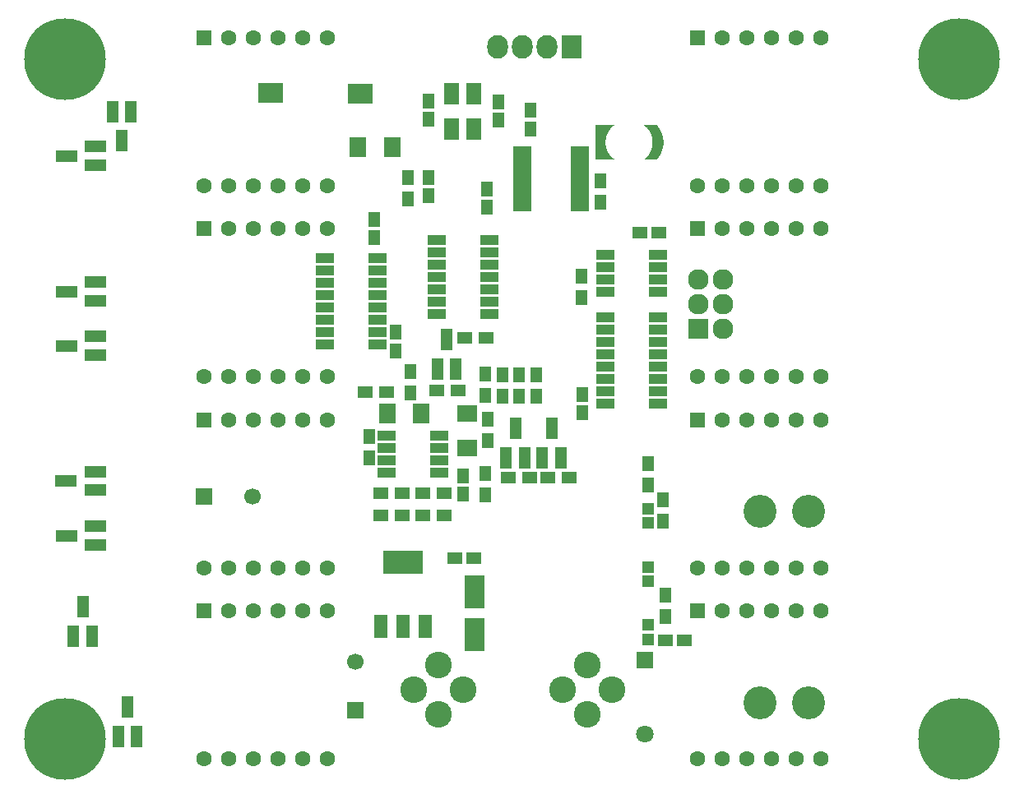
<source format=gbr>
G04 #@! TF.FileFunction,Soldermask,Top*
%FSLAX46Y46*%
G04 Gerber Fmt 4.6, Leading zero omitted, Abs format (unit mm)*
G04 Created by KiCad (PCBNEW 4.0.4-1.fc24-product) date Thu Jul 20 15:57:28 2017*
%MOMM*%
%LPD*%
G01*
G04 APERTURE LIST*
%ADD10C,0.100000*%
%ADD11R,1.600000X1.600000*%
%ADD12C,1.600000*%
%ADD13C,8.400000*%
%ADD14R,1.300000X1.600000*%
%ADD15R,4.057600X2.432000*%
%ADD16R,1.416000X2.432000*%
%ADD17R,1.850000X0.850000*%
%ADD18R,1.950000X1.000000*%
%ADD19R,1.150000X1.600000*%
%ADD20R,2.000200X3.399740*%
%ADD21R,1.700480X2.099260*%
%ADD22R,2.099260X1.700480*%
%ADD23R,1.600000X1.150000*%
%ADD24R,1.197560X1.197560*%
%ADD25C,2.749500*%
%ADD26R,2.127200X2.432000*%
%ADD27O,2.127200X2.432000*%
%ADD28R,2.200860X1.200100*%
%ADD29R,1.200100X2.200860*%
%ADD30R,1.600000X1.300000*%
%ADD31R,1.900000X1.000000*%
%ADD32R,1.700000X1.700000*%
%ADD33C,1.700000*%
%ADD34R,1.797000X1.797000*%
%ADD35C,1.797000*%
%ADD36R,2.580000X2.000000*%
%ADD37C,3.400000*%
%ADD38R,2.127200X2.127200*%
%ADD39O,2.127200X2.127200*%
%ADD40R,1.499820X2.299920*%
G04 APERTURE END LIST*
D10*
G36*
X107575408Y-54768160D02*
X107575408Y-58299796D01*
X109523403Y-58299796D01*
X112599184Y-54768160D01*
X112609418Y-54776380D01*
X112619629Y-54784643D01*
X112629817Y-54792951D01*
X112639980Y-54801309D01*
X112650117Y-54809718D01*
X112660227Y-54818182D01*
X112670309Y-54826704D01*
X112680362Y-54835287D01*
X112690384Y-54843935D01*
X112700374Y-54852649D01*
X112710332Y-54861433D01*
X112720255Y-54870291D01*
X112730144Y-54879225D01*
X112739996Y-54888238D01*
X112749811Y-54897334D01*
X112759588Y-54906515D01*
X112770099Y-54916504D01*
X112780531Y-54926527D01*
X112790884Y-54936583D01*
X112801157Y-54946674D01*
X112811351Y-54956797D01*
X112821466Y-54966955D01*
X112831501Y-54977146D01*
X112841457Y-54987371D01*
X112851334Y-54997630D01*
X112861131Y-55007922D01*
X112870850Y-55018248D01*
X112880488Y-55028608D01*
X112890048Y-55039001D01*
X112899528Y-55049428D01*
X112908929Y-55059889D01*
X112918251Y-55070383D01*
X112927493Y-55080911D01*
X112936656Y-55091473D01*
X112945739Y-55102068D01*
X112954744Y-55112697D01*
X112963669Y-55123360D01*
X112972514Y-55134056D01*
X112981281Y-55144786D01*
X112989968Y-55155550D01*
X112998576Y-55166347D01*
X113007104Y-55177178D01*
X113015553Y-55188043D01*
X113023923Y-55198942D01*
X113032213Y-55209874D01*
X113040425Y-55220839D01*
X113048556Y-55231839D01*
X113056609Y-55242872D01*
X113064582Y-55253938D01*
X113072476Y-55265039D01*
X113080291Y-55276172D01*
X113088026Y-55287340D01*
X113095682Y-55298541D01*
X113103258Y-55309776D01*
X113110756Y-55321045D01*
X113118173Y-55332347D01*
X113125512Y-55343683D01*
X113132771Y-55355052D01*
X113139951Y-55366456D01*
X113147052Y-55377892D01*
X113154073Y-55389363D01*
X113161015Y-55400867D01*
X113167878Y-55412405D01*
X113174661Y-55423976D01*
X113181366Y-55435581D01*
X113187990Y-55447220D01*
X113194536Y-55458892D01*
X113201002Y-55470598D01*
X113207388Y-55482338D01*
X113213696Y-55494111D01*
X113219924Y-55505918D01*
X113226073Y-55517758D01*
X113232142Y-55529632D01*
X113238132Y-55541540D01*
X113244043Y-55553481D01*
X113249874Y-55565456D01*
X113255627Y-55577465D01*
X113261299Y-55589507D01*
X113266893Y-55601583D01*
X113272407Y-55613693D01*
X113277842Y-55625836D01*
X113283197Y-55638013D01*
X113288473Y-55650223D01*
X113293670Y-55662467D01*
X113298788Y-55674745D01*
X113303826Y-55687056D01*
X113308785Y-55699401D01*
X113313664Y-55711779D01*
X113318464Y-55724191D01*
X113323185Y-55736637D01*
X113327827Y-55749116D01*
X113332389Y-55761629D01*
X113336872Y-55774176D01*
X113341275Y-55786756D01*
X113345599Y-55799370D01*
X113349844Y-55812017D01*
X113354010Y-55824698D01*
X113358096Y-55837413D01*
X113362103Y-55850161D01*
X113366030Y-55862943D01*
X113369878Y-55875758D01*
X113373647Y-55888607D01*
X113377337Y-55901490D01*
X113380947Y-55914406D01*
X113384477Y-55927356D01*
X113387929Y-55940339D01*
X113391301Y-55953356D01*
X113394594Y-55966407D01*
X113397807Y-55979491D01*
X113400941Y-55992609D01*
X113403996Y-56005760D01*
X113406972Y-56018945D01*
X113409868Y-56032163D01*
X113412685Y-56045416D01*
X113415422Y-56058701D01*
X113418080Y-56072021D01*
X113420659Y-56085374D01*
X113423158Y-56098760D01*
X113425578Y-56112180D01*
X113427919Y-56125634D01*
X113430180Y-56139121D01*
X113432362Y-56152642D01*
X113434465Y-56166196D01*
X113436488Y-56179784D01*
X113438432Y-56193406D01*
X113440297Y-56207061D01*
X113442082Y-56220750D01*
X113443788Y-56234472D01*
X113445415Y-56248228D01*
X113446962Y-56262018D01*
X113448430Y-56275841D01*
X113449819Y-56289697D01*
X113451128Y-56303587D01*
X113452358Y-56317511D01*
X113453508Y-56331468D01*
X113454580Y-56345459D01*
X113455572Y-56359484D01*
X113456484Y-56373542D01*
X113457317Y-56387633D01*
X113458071Y-56401759D01*
X113458746Y-56415917D01*
X113459341Y-56430110D01*
X113459856Y-56444335D01*
X113460293Y-56458595D01*
X113460650Y-56472888D01*
X113460928Y-56487214D01*
X113461126Y-56501574D01*
X113461245Y-56515968D01*
X113461285Y-56530395D01*
X113461245Y-56544934D01*
X113461126Y-56559436D01*
X113460929Y-56573902D01*
X113460652Y-56588332D01*
X113460295Y-56602726D01*
X113459860Y-56617084D01*
X113459346Y-56631406D01*
X113458752Y-56645691D01*
X113458079Y-56659940D01*
X113457327Y-56674154D01*
X113456496Y-56688331D01*
X113455586Y-56702472D01*
X113454597Y-56716577D01*
X113453528Y-56730646D01*
X113452380Y-56744678D01*
X113451154Y-56758675D01*
X113449848Y-56772635D01*
X113448462Y-56786559D01*
X113446998Y-56800447D01*
X113445455Y-56814299D01*
X113443832Y-56828115D01*
X113442130Y-56841895D01*
X113440350Y-56855639D01*
X113438490Y-56869346D01*
X113436550Y-56883017D01*
X113434532Y-56896653D01*
X113432435Y-56910252D01*
X113430258Y-56923815D01*
X113428002Y-56937342D01*
X113425667Y-56950832D01*
X113423253Y-56964287D01*
X113420760Y-56977706D01*
X113418188Y-56991088D01*
X113415536Y-57004434D01*
X113412805Y-57017744D01*
X113409996Y-57031018D01*
X113407107Y-57044256D01*
X113404138Y-57057458D01*
X113401091Y-57070624D01*
X113397965Y-57083753D01*
X113394759Y-57096846D01*
X113391474Y-57109904D01*
X113388110Y-57122925D01*
X113384667Y-57135910D01*
X113381145Y-57148859D01*
X113377544Y-57161772D01*
X113373863Y-57174648D01*
X113370104Y-57187489D01*
X113366265Y-57200293D01*
X113362347Y-57213062D01*
X113358350Y-57225794D01*
X113354274Y-57238490D01*
X113350118Y-57251150D01*
X113345884Y-57263774D01*
X113341570Y-57276362D01*
X113337177Y-57288913D01*
X113332705Y-57301429D01*
X113328154Y-57313908D01*
X113323523Y-57326351D01*
X113318814Y-57338759D01*
X113314025Y-57351130D01*
X113309157Y-57363465D01*
X113304211Y-57375763D01*
X113299184Y-57388026D01*
X113294079Y-57400253D01*
X113288895Y-57412443D01*
X113283631Y-57424598D01*
X113278289Y-57436716D01*
X113272867Y-57448798D01*
X113267366Y-57460844D01*
X113261786Y-57472854D01*
X113256126Y-57484828D01*
X113250388Y-57496766D01*
X113244570Y-57508667D01*
X113238673Y-57520533D01*
X113232697Y-57532362D01*
X113226642Y-57544155D01*
X113220508Y-57555913D01*
X113214295Y-57567634D01*
X113208002Y-57579319D01*
X113201630Y-57590967D01*
X113195180Y-57602580D01*
X113188650Y-57614157D01*
X113182040Y-57625697D01*
X113175352Y-57637202D01*
X113168585Y-57648670D01*
X113161738Y-57660102D01*
X113154812Y-57671498D01*
X113147807Y-57682858D01*
X113140723Y-57694182D01*
X113133560Y-57705470D01*
X113126318Y-57716722D01*
X113118996Y-57727937D01*
X113111595Y-57739117D01*
X113104115Y-57750260D01*
X113096556Y-57761367D01*
X113088918Y-57772439D01*
X113081201Y-57783474D01*
X113073404Y-57794473D01*
X113065529Y-57805435D01*
X113057574Y-57816362D01*
X113049540Y-57827253D01*
X113041427Y-57838107D01*
X113033235Y-57848926D01*
X113024963Y-57859708D01*
X113016613Y-57870455D01*
X113008183Y-57881165D01*
X112999674Y-57891839D01*
X112991086Y-57902477D01*
X112982419Y-57913079D01*
X112973673Y-57923644D01*
X112964847Y-57934174D01*
X112955942Y-57944668D01*
X112946959Y-57955125D01*
X112937896Y-57965546D01*
X112928754Y-57975932D01*
X112919532Y-57986281D01*
X112910232Y-57996594D01*
X112900852Y-58006871D01*
X112891394Y-58017112D01*
X112881856Y-58027317D01*
X112872239Y-58037485D01*
X112862542Y-58047618D01*
X112852767Y-58057715D01*
X112842913Y-58067775D01*
X112832979Y-58077799D01*
X112822966Y-58087788D01*
X112812874Y-58097740D01*
X112802703Y-58107656D01*
X112792453Y-58117536D01*
X112782123Y-58127380D01*
X112771715Y-58137188D01*
X112761306Y-58146819D01*
X112750874Y-58156378D01*
X112740419Y-58165863D01*
X112729940Y-58175276D01*
X112719437Y-58184617D01*
X112708909Y-58193888D01*
X112698356Y-58203087D01*
X112687777Y-58212217D01*
X112677172Y-58221277D01*
X112666539Y-58230268D01*
X112655879Y-58239192D01*
X112645191Y-58248047D01*
X112634474Y-58256836D01*
X112623728Y-58265558D01*
X112612953Y-58274215D01*
X112602147Y-58282806D01*
X112591310Y-58291333D01*
X112580443Y-58299796D01*
X113907769Y-58299796D01*
X113916481Y-58288744D01*
X113925152Y-58277667D01*
X113933782Y-58266564D01*
X113942370Y-58255436D01*
X113950917Y-58244282D01*
X113959421Y-58233103D01*
X113967883Y-58221899D01*
X113976302Y-58210669D01*
X113984678Y-58199415D01*
X113993011Y-58188136D01*
X114001300Y-58176831D01*
X114009545Y-58165502D01*
X114017745Y-58154148D01*
X114025901Y-58142769D01*
X114034012Y-58131365D01*
X114042078Y-58119937D01*
X114050098Y-58108484D01*
X114058073Y-58097007D01*
X114066001Y-58085505D01*
X114073882Y-58073979D01*
X114081717Y-58062429D01*
X114089505Y-58050854D01*
X114097245Y-58039256D01*
X114104937Y-58027633D01*
X114112582Y-58015986D01*
X114120178Y-58004315D01*
X114127725Y-57992621D01*
X114135223Y-57980902D01*
X114142672Y-57969160D01*
X114150072Y-57957394D01*
X114157421Y-57945604D01*
X114164720Y-57933791D01*
X114171969Y-57921955D01*
X114179167Y-57910095D01*
X114186313Y-57898211D01*
X114193408Y-57886304D01*
X114200452Y-57874375D01*
X114207443Y-57862421D01*
X114214382Y-57850445D01*
X114221268Y-57838446D01*
X114228101Y-57826424D01*
X114234881Y-57814379D01*
X114241607Y-57802311D01*
X114248279Y-57790220D01*
X114254896Y-57778107D01*
X114261460Y-57765971D01*
X114267968Y-57753813D01*
X114274421Y-57741632D01*
X114280818Y-57729428D01*
X114287160Y-57717203D01*
X114293446Y-57704954D01*
X114299675Y-57692684D01*
X114305847Y-57680392D01*
X114311962Y-57668077D01*
X114318020Y-57655741D01*
X114324020Y-57643382D01*
X114329962Y-57631002D01*
X114335846Y-57618600D01*
X114341671Y-57606176D01*
X114347437Y-57593730D01*
X114353144Y-57581263D01*
X114358791Y-57568774D01*
X114364379Y-57556263D01*
X114369906Y-57543732D01*
X114375373Y-57531178D01*
X114380779Y-57518604D01*
X114386123Y-57506008D01*
X114391407Y-57493392D01*
X114396628Y-57480754D01*
X114401788Y-57468095D01*
X114406885Y-57455415D01*
X114411919Y-57442714D01*
X114416891Y-57429993D01*
X114421799Y-57417250D01*
X114426644Y-57404487D01*
X114431424Y-57391704D01*
X114436141Y-57378899D01*
X114440792Y-57366075D01*
X114445379Y-57353230D01*
X114449901Y-57340364D01*
X114454357Y-57327478D01*
X114458748Y-57314572D01*
X114463072Y-57301646D01*
X114467330Y-57288700D01*
X114471521Y-57275734D01*
X114475646Y-57262747D01*
X114479703Y-57249741D01*
X114483692Y-57236715D01*
X114487613Y-57223670D01*
X114491466Y-57210604D01*
X114495250Y-57197519D01*
X114498966Y-57184415D01*
X114502612Y-57171291D01*
X114506189Y-57158147D01*
X114509695Y-57144984D01*
X114513132Y-57131802D01*
X114516498Y-57118601D01*
X114519794Y-57105380D01*
X114523018Y-57092141D01*
X114526171Y-57078882D01*
X114529252Y-57065604D01*
X114532262Y-57052308D01*
X114535198Y-57038993D01*
X114538063Y-57025658D01*
X114540854Y-57012306D01*
X114543572Y-56998934D01*
X114546217Y-56985544D01*
X114548787Y-56972136D01*
X114551284Y-56958709D01*
X114553706Y-56945264D01*
X114556053Y-56931800D01*
X114558325Y-56918319D01*
X114560521Y-56904819D01*
X114562642Y-56891301D01*
X114564687Y-56877765D01*
X114566655Y-56864211D01*
X114568546Y-56850639D01*
X114570361Y-56837049D01*
X114572098Y-56823442D01*
X114573758Y-56809817D01*
X114575340Y-56796174D01*
X114576844Y-56782514D01*
X114578268Y-56768836D01*
X114579615Y-56755141D01*
X114580882Y-56741428D01*
X114582069Y-56727699D01*
X114583177Y-56713951D01*
X114584204Y-56700187D01*
X114585151Y-56686406D01*
X114586018Y-56672608D01*
X114586803Y-56658792D01*
X114587507Y-56644960D01*
X114588130Y-56631111D01*
X114588670Y-56617245D01*
X114589128Y-56603363D01*
X114589504Y-56589464D01*
X114589796Y-56575548D01*
X114590006Y-56561616D01*
X114590132Y-56547667D01*
X114590174Y-56533702D01*
X114590132Y-56519829D01*
X114590009Y-56505969D01*
X114589803Y-56492122D01*
X114589516Y-56478289D01*
X114589147Y-56464469D01*
X114588697Y-56450663D01*
X114588166Y-56436871D01*
X114587555Y-56423093D01*
X114586863Y-56409328D01*
X114586092Y-56395578D01*
X114585240Y-56381842D01*
X114584310Y-56368120D01*
X114583300Y-56354412D01*
X114582212Y-56340720D01*
X114581045Y-56327041D01*
X114579800Y-56313378D01*
X114578478Y-56299729D01*
X114577077Y-56286095D01*
X114575600Y-56272476D01*
X114574046Y-56258873D01*
X114572414Y-56245285D01*
X114570707Y-56231712D01*
X114568924Y-56218154D01*
X114567065Y-56204612D01*
X114565130Y-56191086D01*
X114563120Y-56177576D01*
X114561036Y-56164081D01*
X114558877Y-56150603D01*
X114556643Y-56137141D01*
X114554336Y-56123695D01*
X114551955Y-56110265D01*
X114549501Y-56096852D01*
X114546974Y-56083455D01*
X114544374Y-56070075D01*
X114541702Y-56056712D01*
X114538957Y-56043365D01*
X114536141Y-56030036D01*
X114533253Y-56016723D01*
X114530294Y-56003428D01*
X114527264Y-55990150D01*
X114524163Y-55976890D01*
X114520992Y-55963647D01*
X114517751Y-55950422D01*
X114514441Y-55937214D01*
X114511061Y-55924024D01*
X114507611Y-55910853D01*
X114504093Y-55897699D01*
X114500507Y-55884563D01*
X114496852Y-55871446D01*
X114493129Y-55858347D01*
X114489339Y-55845267D01*
X114485481Y-55832205D01*
X114481557Y-55819162D01*
X114477565Y-55806138D01*
X114473507Y-55793132D01*
X114469384Y-55780146D01*
X114465194Y-55767178D01*
X114460939Y-55754230D01*
X114456618Y-55741302D01*
X114452233Y-55728393D01*
X114447783Y-55715503D01*
X114443268Y-55702633D01*
X114438690Y-55689783D01*
X114434048Y-55676952D01*
X114429343Y-55664142D01*
X114424574Y-55651351D01*
X114419743Y-55638581D01*
X114414849Y-55625832D01*
X114409893Y-55613102D01*
X114404875Y-55600393D01*
X114399795Y-55587705D01*
X114394654Y-55575038D01*
X114389452Y-55562391D01*
X114384190Y-55549765D01*
X114378867Y-55537161D01*
X114373483Y-55524577D01*
X114368041Y-55512015D01*
X114362538Y-55499474D01*
X114356976Y-55486955D01*
X114351356Y-55474457D01*
X114345677Y-55461981D01*
X114339939Y-55449527D01*
X114334144Y-55437094D01*
X114328291Y-55424684D01*
X114322380Y-55412296D01*
X114316412Y-55399930D01*
X114310388Y-55387586D01*
X114304307Y-55375265D01*
X114298170Y-55362966D01*
X114291977Y-55350690D01*
X114285728Y-55338437D01*
X114279424Y-55326207D01*
X114273065Y-55314000D01*
X114266651Y-55301815D01*
X114260183Y-55289654D01*
X114253661Y-55277517D01*
X114247085Y-55265402D01*
X114240456Y-55253312D01*
X114233773Y-55241245D01*
X114227037Y-55229201D01*
X114220249Y-55217182D01*
X114213409Y-55205186D01*
X114206516Y-55193214D01*
X114199572Y-55181267D01*
X114192577Y-55169344D01*
X114185530Y-55157445D01*
X114178433Y-55145571D01*
X114171285Y-55133721D01*
X114164087Y-55121896D01*
X114156839Y-55110096D01*
X114149541Y-55098321D01*
X114142194Y-55086571D01*
X114134798Y-55074846D01*
X114127354Y-55063146D01*
X114119861Y-55051471D01*
X114112320Y-55039822D01*
X114104731Y-55028199D01*
X114097095Y-55016601D01*
X114089411Y-55005029D01*
X114081681Y-54993483D01*
X114073904Y-54981963D01*
X114066081Y-54970469D01*
X114058212Y-54959001D01*
X114050297Y-54947559D01*
X114042337Y-54936144D01*
X114034331Y-54924755D01*
X114026281Y-54913393D01*
X114018187Y-54902058D01*
X114010048Y-54890750D01*
X114001865Y-54879468D01*
X113993639Y-54868214D01*
X113985369Y-54856987D01*
X113977057Y-54845787D01*
X113968702Y-54834614D01*
X113960304Y-54823469D01*
X113951864Y-54812352D01*
X113943383Y-54801262D01*
X113934860Y-54790200D01*
X113926296Y-54779166D01*
X113917691Y-54768160D01*
X112599184Y-54768160D01*
X109523403Y-58299796D01*
X109513103Y-58291610D01*
X109502830Y-58283362D01*
X109492586Y-58275050D01*
X109482368Y-58266676D01*
X109472177Y-58258238D01*
X109462014Y-58249737D01*
X109451876Y-58241172D01*
X109441765Y-58232543D01*
X109431680Y-58223851D01*
X109421621Y-58215093D01*
X109411588Y-58206272D01*
X109401580Y-58197386D01*
X109391597Y-58188435D01*
X109381640Y-58179419D01*
X109371706Y-58170337D01*
X109361798Y-58161190D01*
X109351913Y-58151978D01*
X109342053Y-58142700D01*
X109331360Y-58132540D01*
X109320747Y-58122350D01*
X109310215Y-58112131D01*
X109299763Y-58101882D01*
X109289393Y-58091603D01*
X109279103Y-58081294D01*
X109268894Y-58070956D01*
X109258765Y-58060589D01*
X109248717Y-58050191D01*
X109238750Y-58039764D01*
X109228864Y-58029307D01*
X109219058Y-58018821D01*
X109209333Y-58008305D01*
X109199688Y-57997759D01*
X109190125Y-57987183D01*
X109180642Y-57976578D01*
X109171240Y-57965943D01*
X109161918Y-57955278D01*
X109152677Y-57944584D01*
X109143517Y-57933860D01*
X109134437Y-57923106D01*
X109125439Y-57912323D01*
X109116521Y-57901510D01*
X109107683Y-57890667D01*
X109098927Y-57879795D01*
X109090251Y-57868892D01*
X109081655Y-57857961D01*
X109073141Y-57846999D01*
X109064707Y-57836008D01*
X109056354Y-57824987D01*
X109048081Y-57813936D01*
X109039889Y-57802855D01*
X109031778Y-57791745D01*
X109023748Y-57780605D01*
X109015798Y-57769436D01*
X109007929Y-57758237D01*
X109000141Y-57747007D01*
X108992433Y-57735749D01*
X108984806Y-57724460D01*
X108977260Y-57713142D01*
X108969795Y-57701794D01*
X108962410Y-57690416D01*
X108955106Y-57679009D01*
X108947882Y-57667572D01*
X108940740Y-57656105D01*
X108933678Y-57644608D01*
X108926697Y-57633082D01*
X108919796Y-57621526D01*
X108912976Y-57609940D01*
X108906237Y-57598325D01*
X108899578Y-57586679D01*
X108893001Y-57575004D01*
X108886504Y-57563300D01*
X108880087Y-57551565D01*
X108873752Y-57539801D01*
X108867497Y-57528007D01*
X108861322Y-57516183D01*
X108855229Y-57504329D01*
X108849216Y-57492446D01*
X108843284Y-57480533D01*
X108837432Y-57468590D01*
X108831662Y-57456617D01*
X108825972Y-57444615D01*
X108820362Y-57432583D01*
X108814834Y-57420521D01*
X108809386Y-57408430D01*
X108804019Y-57396308D01*
X108798732Y-57384157D01*
X108793526Y-57371976D01*
X108788401Y-57359765D01*
X108783357Y-57347525D01*
X108778393Y-57335254D01*
X108773510Y-57322954D01*
X108768708Y-57310625D01*
X108763986Y-57298265D01*
X108759346Y-57285875D01*
X108754785Y-57273456D01*
X108750306Y-57261007D01*
X108745907Y-57248529D01*
X108741589Y-57236020D01*
X108737352Y-57223482D01*
X108733195Y-57210913D01*
X108729119Y-57198316D01*
X108725124Y-57185688D01*
X108721210Y-57173030D01*
X108717376Y-57160343D01*
X108713623Y-57147626D01*
X108709951Y-57134879D01*
X108706359Y-57122102D01*
X108702848Y-57109296D01*
X108699418Y-57096459D01*
X108696068Y-57083593D01*
X108692799Y-57070697D01*
X108689611Y-57057771D01*
X108686504Y-57044816D01*
X108683477Y-57031830D01*
X108680531Y-57018815D01*
X108677666Y-57005770D01*
X108674881Y-56992695D01*
X108672177Y-56979590D01*
X108669554Y-56966456D01*
X108667012Y-56953292D01*
X108664550Y-56940097D01*
X108662169Y-56926873D01*
X108659869Y-56913620D01*
X108657649Y-56900336D01*
X108655510Y-56887022D01*
X108653452Y-56873679D01*
X108651475Y-56860306D01*
X108649578Y-56846903D01*
X108647762Y-56833470D01*
X108646027Y-56820007D01*
X108644372Y-56806515D01*
X108642798Y-56792993D01*
X108641305Y-56779440D01*
X108639892Y-56765858D01*
X108638561Y-56752246D01*
X108637309Y-56738605D01*
X108636139Y-56724933D01*
X108635049Y-56711232D01*
X108634041Y-56697500D01*
X108633112Y-56683739D01*
X108632265Y-56669948D01*
X108631498Y-56656127D01*
X108630812Y-56642276D01*
X108630207Y-56628396D01*
X108629682Y-56614485D01*
X108629238Y-56600545D01*
X108628875Y-56586575D01*
X108628592Y-56572575D01*
X108628391Y-56558545D01*
X108628270Y-56544485D01*
X108628229Y-56530395D01*
X108628270Y-56516308D01*
X108628391Y-56502249D01*
X108628592Y-56488219D01*
X108628875Y-56474217D01*
X108629238Y-56460243D01*
X108629682Y-56446298D01*
X108630207Y-56432382D01*
X108630812Y-56418493D01*
X108631498Y-56404634D01*
X108632265Y-56390803D01*
X108633112Y-56377000D01*
X108634041Y-56363225D01*
X108635049Y-56349480D01*
X108636139Y-56335762D01*
X108637309Y-56322073D01*
X108638561Y-56308413D01*
X108639892Y-56294781D01*
X108641305Y-56281177D01*
X108642798Y-56267602D01*
X108644372Y-56254055D01*
X108646027Y-56240537D01*
X108647762Y-56227047D01*
X108649578Y-56213586D01*
X108651475Y-56200153D01*
X108653452Y-56186748D01*
X108655510Y-56173372D01*
X108657649Y-56160025D01*
X108659869Y-56146706D01*
X108662169Y-56133415D01*
X108664550Y-56120153D01*
X108667012Y-56106919D01*
X108669554Y-56093714D01*
X108672177Y-56080537D01*
X108674881Y-56067389D01*
X108677666Y-56054269D01*
X108680531Y-56041177D01*
X108683477Y-56028114D01*
X108686504Y-56015079D01*
X108689611Y-56002073D01*
X108692799Y-55989096D01*
X108696068Y-55976146D01*
X108699418Y-55963226D01*
X108702848Y-55950333D01*
X108706359Y-55937469D01*
X108709951Y-55924634D01*
X108713623Y-55911827D01*
X108717376Y-55899048D01*
X108721210Y-55886298D01*
X108725124Y-55873577D01*
X108729119Y-55860883D01*
X108733195Y-55848219D01*
X108737352Y-55835582D01*
X108741589Y-55822974D01*
X108745907Y-55810395D01*
X108750306Y-55797844D01*
X108754785Y-55785322D01*
X108759346Y-55772827D01*
X108763986Y-55760362D01*
X108768708Y-55747925D01*
X108773510Y-55735516D01*
X108778393Y-55723136D01*
X108783357Y-55710784D01*
X108788401Y-55698461D01*
X108793526Y-55686166D01*
X108798732Y-55673899D01*
X108804019Y-55661661D01*
X108809386Y-55649452D01*
X108814834Y-55637270D01*
X108820362Y-55625118D01*
X108825972Y-55612993D01*
X108831662Y-55600898D01*
X108837432Y-55588830D01*
X108843284Y-55576791D01*
X108849216Y-55564781D01*
X108855229Y-55552799D01*
X108861322Y-55540845D01*
X108867497Y-55528920D01*
X108873752Y-55517024D01*
X108880087Y-55505155D01*
X108886504Y-55493316D01*
X108893001Y-55481504D01*
X108899578Y-55469722D01*
X108906237Y-55457967D01*
X108912976Y-55446241D01*
X108919796Y-55434544D01*
X108926697Y-55422875D01*
X108933678Y-55411234D01*
X108940740Y-55399622D01*
X108947882Y-55388038D01*
X108955106Y-55376483D01*
X108962410Y-55364956D01*
X108969795Y-55353457D01*
X108977260Y-55341988D01*
X108984806Y-55330546D01*
X108992433Y-55319133D01*
X109000141Y-55307748D01*
X109007929Y-55296392D01*
X109015798Y-55285064D01*
X109023748Y-55273765D01*
X109031778Y-55262494D01*
X109039889Y-55251252D01*
X109048081Y-55240038D01*
X109056354Y-55228853D01*
X109064707Y-55217696D01*
X109073141Y-55206567D01*
X109081655Y-55195467D01*
X109090251Y-55184395D01*
X109098927Y-55173352D01*
X109107683Y-55162337D01*
X109116521Y-55151351D01*
X109125439Y-55140393D01*
X109134437Y-55129463D01*
X109143517Y-55118562D01*
X109152677Y-55107690D01*
X109161918Y-55096845D01*
X109171240Y-55086030D01*
X109180642Y-55075243D01*
X109190125Y-55064484D01*
X109199688Y-55053753D01*
X109209333Y-55043051D01*
X109219058Y-55032378D01*
X109228864Y-55021733D01*
X109238750Y-55011116D01*
X109248717Y-55000528D01*
X109258765Y-54989968D01*
X109268894Y-54979437D01*
X109279103Y-54968934D01*
X109289393Y-54958460D01*
X109299763Y-54948014D01*
X109310215Y-54937597D01*
X109320747Y-54927208D01*
X109331360Y-54916847D01*
X109342053Y-54906515D01*
X109352384Y-54896730D01*
X109362755Y-54887040D01*
X109373166Y-54877442D01*
X109383616Y-54867932D01*
X109394103Y-54858506D01*
X109404626Y-54849162D01*
X109415184Y-54839895D01*
X109425777Y-54830703D01*
X109436403Y-54821582D01*
X109447062Y-54812529D01*
X109457752Y-54803540D01*
X109468472Y-54794612D01*
X109479221Y-54785742D01*
X109489998Y-54776925D01*
X109500803Y-54768160D01*
X107575408Y-54768160D01*
X107575408Y-54768160D01*
G37*
D11*
X118110000Y-65405000D03*
D12*
X120650000Y-65405000D03*
X123190000Y-65405000D03*
X125730000Y-65405000D03*
X128270000Y-65405000D03*
X130810000Y-65405000D03*
X125730000Y-80645000D03*
X128270000Y-80645000D03*
X118110000Y-80645000D03*
X120650000Y-80645000D03*
X130810000Y-80645000D03*
X123190000Y-80645000D03*
D13*
X145000000Y-48000000D03*
X53000000Y-118000000D03*
D14*
X99750000Y-82650000D03*
X99750000Y-80450000D03*
D15*
X87800000Y-99798000D03*
D16*
X87800000Y-106402000D03*
X90086000Y-106402000D03*
X85514000Y-106402000D03*
D17*
X100050000Y-57375000D03*
X100050000Y-58025000D03*
X100050000Y-58675000D03*
X100050000Y-59325000D03*
X100050000Y-59975000D03*
X100050000Y-60625000D03*
X100050000Y-61275000D03*
X100050000Y-61925000D03*
X100050000Y-62575000D03*
X100050000Y-63225000D03*
X105950000Y-63225000D03*
X105950000Y-62575000D03*
X105950000Y-61925000D03*
X105950000Y-61275000D03*
X105950000Y-60625000D03*
X105950000Y-59975000D03*
X105950000Y-59325000D03*
X105950000Y-58675000D03*
X105950000Y-58025000D03*
X105950000Y-57375000D03*
D18*
X108600000Y-68095000D03*
X108600000Y-69365000D03*
X108600000Y-70635000D03*
X108600000Y-71905000D03*
X114000000Y-71905000D03*
X114000000Y-70635000D03*
X114000000Y-69365000D03*
X114000000Y-68095000D03*
D19*
X96400000Y-61300000D03*
X96400000Y-63200000D03*
D20*
X95150000Y-102850360D03*
X95150000Y-107249640D03*
D14*
X114800000Y-103150000D03*
X114800000Y-105350000D03*
D21*
X83149940Y-57000000D03*
X86650060Y-57000000D03*
D22*
X94361000Y-87983060D03*
X94361000Y-84482940D03*
D21*
X86133940Y-84455000D03*
X89634060Y-84455000D03*
D23*
X116700000Y-107850000D03*
X114800000Y-107850000D03*
X112200000Y-65825000D03*
X114100000Y-65825000D03*
D19*
X106225000Y-84400000D03*
X106225000Y-82500000D03*
X84800000Y-64450000D03*
X84800000Y-66350000D03*
X87050000Y-78000000D03*
X87050000Y-76100000D03*
D23*
X93150000Y-99350000D03*
X95050000Y-99350000D03*
D19*
X90400000Y-60150000D03*
X90400000Y-62050000D03*
X97600000Y-52325000D03*
X97600000Y-54225000D03*
X90375000Y-54150000D03*
X90375000Y-52250000D03*
X93980000Y-90871000D03*
X93980000Y-92771000D03*
D24*
X113000000Y-107749300D03*
X113000000Y-106250700D03*
X113000000Y-94250700D03*
X113000000Y-95749300D03*
X113000000Y-100250700D03*
X113000000Y-101749300D03*
D25*
X93939360Y-112903000D03*
X88859360Y-112903000D03*
X104178100Y-112903000D03*
X109258100Y-112903000D03*
X91399360Y-115443000D03*
X91399360Y-110363000D03*
X106718100Y-115443000D03*
X106718100Y-110363000D03*
D26*
X105175000Y-46700000D03*
D27*
X102635000Y-46700000D03*
X100095000Y-46700000D03*
X97555000Y-46700000D03*
D28*
X56111140Y-78420000D03*
X56111140Y-76520000D03*
X53108860Y-77470000D03*
X56101140Y-92350000D03*
X56101140Y-90450000D03*
X53098860Y-91400000D03*
D29*
X58486000Y-117706140D03*
X60386000Y-117706140D03*
X59436000Y-114703860D03*
D28*
X56111140Y-72832000D03*
X56111140Y-70932000D03*
X53108860Y-71882000D03*
D29*
X53850000Y-107373140D03*
X55750000Y-107373140D03*
X54800000Y-104370860D03*
X59751000Y-53362860D03*
X57851000Y-53362860D03*
X58801000Y-56365140D03*
D28*
X56111140Y-97978000D03*
X56111140Y-96078000D03*
X53108860Y-97028000D03*
X56111140Y-58862000D03*
X56111140Y-56962000D03*
X53108860Y-57912000D03*
D14*
X88550000Y-80175000D03*
X88550000Y-82375000D03*
X88250000Y-62375000D03*
X88250000Y-60175000D03*
X106125000Y-70350000D03*
X106125000Y-72550000D03*
X108075000Y-62725000D03*
X108075000Y-60525000D03*
D30*
X91225000Y-82100000D03*
X93425000Y-82100000D03*
D14*
X96520000Y-87206000D03*
X96520000Y-85006000D03*
X84328000Y-88984000D03*
X84328000Y-86784000D03*
X113000000Y-89650000D03*
X113000000Y-91850000D03*
X114550000Y-93325000D03*
X114550000Y-95525000D03*
X96250000Y-82600000D03*
X96250000Y-80400000D03*
X98000000Y-82650000D03*
X98000000Y-80450000D03*
X101500000Y-82650000D03*
X101500000Y-80450000D03*
D31*
X114000000Y-83445000D03*
X114000000Y-82175000D03*
X114000000Y-80905000D03*
X114000000Y-79635000D03*
X114000000Y-78365000D03*
X114000000Y-77095000D03*
X114000000Y-75825000D03*
X114000000Y-74555000D03*
X108600000Y-74555000D03*
X108600000Y-75825000D03*
X108600000Y-77095000D03*
X108600000Y-78365000D03*
X108600000Y-79635000D03*
X108600000Y-80905000D03*
X108600000Y-82175000D03*
X108600000Y-83445000D03*
D18*
X86073000Y-86741000D03*
X86073000Y-88011000D03*
X86073000Y-89281000D03*
X86073000Y-90551000D03*
X91473000Y-90551000D03*
X91473000Y-89281000D03*
X91473000Y-88011000D03*
X91473000Y-86741000D03*
D31*
X79723000Y-68453000D03*
X79723000Y-69723000D03*
X79723000Y-70993000D03*
X79723000Y-72263000D03*
X79723000Y-73533000D03*
X79723000Y-74803000D03*
X79723000Y-76073000D03*
X79723000Y-77343000D03*
X85123000Y-77343000D03*
X85123000Y-76073000D03*
X85123000Y-74803000D03*
X85123000Y-73533000D03*
X85123000Y-72263000D03*
X85123000Y-70993000D03*
X85123000Y-69723000D03*
X85123000Y-68453000D03*
D14*
X96266000Y-92794000D03*
X96266000Y-90594000D03*
D30*
X89832000Y-94932500D03*
X92032000Y-94932500D03*
X92032000Y-92646500D03*
X89832000Y-92646500D03*
X87714000Y-94932500D03*
X85514000Y-94932500D03*
X85514000Y-92646500D03*
X87714000Y-92646500D03*
X86100000Y-82225000D03*
X83900000Y-82225000D03*
X98600000Y-91075000D03*
X100800000Y-91075000D03*
X102675000Y-91075000D03*
X104875000Y-91075000D03*
D32*
X82850000Y-115050000D03*
D33*
X82850000Y-110050000D03*
D32*
X67300000Y-93000000D03*
D33*
X72300000Y-93000000D03*
D34*
X112649000Y-109855000D03*
D35*
X112649000Y-117475000D03*
D36*
X83367830Y-51475420D03*
X74162970Y-51470780D03*
D37*
X124500000Y-114250000D03*
X129500000Y-114250000D03*
X124500000Y-94500000D03*
X129500000Y-94500000D03*
D13*
X145000000Y-118000000D03*
X53000000Y-48000000D03*
D30*
X94150000Y-76675000D03*
X96350000Y-76675000D03*
D29*
X91300000Y-79851140D03*
X93200000Y-79851140D03*
X92250000Y-76848860D03*
X98400000Y-89001140D03*
X100300000Y-89001140D03*
X99350000Y-85998860D03*
X102125000Y-89001140D03*
X104025000Y-89001140D03*
X103075000Y-85998860D03*
D38*
X118200000Y-75700000D03*
D39*
X120740000Y-75700000D03*
X118200000Y-73160000D03*
X120740000Y-73160000D03*
X118200000Y-70620000D03*
X120740000Y-70620000D03*
D31*
X96650000Y-74210000D03*
X96650000Y-72940000D03*
X96650000Y-71670000D03*
X96650000Y-70400000D03*
X96650000Y-69130000D03*
X96650000Y-67860000D03*
X96650000Y-66590000D03*
X91250000Y-66590000D03*
X91250000Y-67860000D03*
X91250000Y-69130000D03*
X91250000Y-70400000D03*
X91250000Y-71670000D03*
X91250000Y-72940000D03*
X91250000Y-74210000D03*
D40*
X95098080Y-55199120D03*
X92801920Y-51500880D03*
X92801920Y-55199120D03*
X95098080Y-51500880D03*
D19*
X100900000Y-53250000D03*
X100900000Y-55150000D03*
D11*
X67310000Y-104775000D03*
D12*
X69850000Y-104775000D03*
X72390000Y-104775000D03*
X74930000Y-104775000D03*
X77470000Y-104775000D03*
X80010000Y-104775000D03*
X74930000Y-120015000D03*
X77470000Y-120015000D03*
X67310000Y-120015000D03*
X69850000Y-120015000D03*
X80010000Y-120015000D03*
X72390000Y-120015000D03*
D11*
X67310000Y-85090000D03*
D12*
X69850000Y-85090000D03*
X72390000Y-85090000D03*
X74930000Y-85090000D03*
X77470000Y-85090000D03*
X80010000Y-85090000D03*
X74930000Y-100330000D03*
X77470000Y-100330000D03*
X67310000Y-100330000D03*
X69850000Y-100330000D03*
X80010000Y-100330000D03*
X72390000Y-100330000D03*
D11*
X67310000Y-65405000D03*
D12*
X69850000Y-65405000D03*
X72390000Y-65405000D03*
X74930000Y-65405000D03*
X77470000Y-65405000D03*
X80010000Y-65405000D03*
X74930000Y-80645000D03*
X77470000Y-80645000D03*
X67310000Y-80645000D03*
X69850000Y-80645000D03*
X80010000Y-80645000D03*
X72390000Y-80645000D03*
D11*
X67310000Y-45720000D03*
D12*
X69850000Y-45720000D03*
X72390000Y-45720000D03*
X74930000Y-45720000D03*
X77470000Y-45720000D03*
X80010000Y-45720000D03*
X74930000Y-60960000D03*
X77470000Y-60960000D03*
X67310000Y-60960000D03*
X69850000Y-60960000D03*
X80010000Y-60960000D03*
X72390000Y-60960000D03*
D11*
X118110000Y-85090000D03*
D12*
X120650000Y-85090000D03*
X123190000Y-85090000D03*
X125730000Y-85090000D03*
X128270000Y-85090000D03*
X130810000Y-85090000D03*
X125730000Y-100330000D03*
X128270000Y-100330000D03*
X118110000Y-100330000D03*
X120650000Y-100330000D03*
X130810000Y-100330000D03*
X123190000Y-100330000D03*
D11*
X118110000Y-104775000D03*
D12*
X120650000Y-104775000D03*
X123190000Y-104775000D03*
X125730000Y-104775000D03*
X128270000Y-104775000D03*
X130810000Y-104775000D03*
X125730000Y-120015000D03*
X128270000Y-120015000D03*
X118110000Y-120015000D03*
X120650000Y-120015000D03*
X130810000Y-120015000D03*
X123190000Y-120015000D03*
D11*
X118110000Y-45720000D03*
D12*
X120650000Y-45720000D03*
X123190000Y-45720000D03*
X125730000Y-45720000D03*
X128270000Y-45720000D03*
X130810000Y-45720000D03*
X125730000Y-60960000D03*
X128270000Y-60960000D03*
X118110000Y-60960000D03*
X120650000Y-60960000D03*
X130810000Y-60960000D03*
X123190000Y-60960000D03*
M02*

</source>
